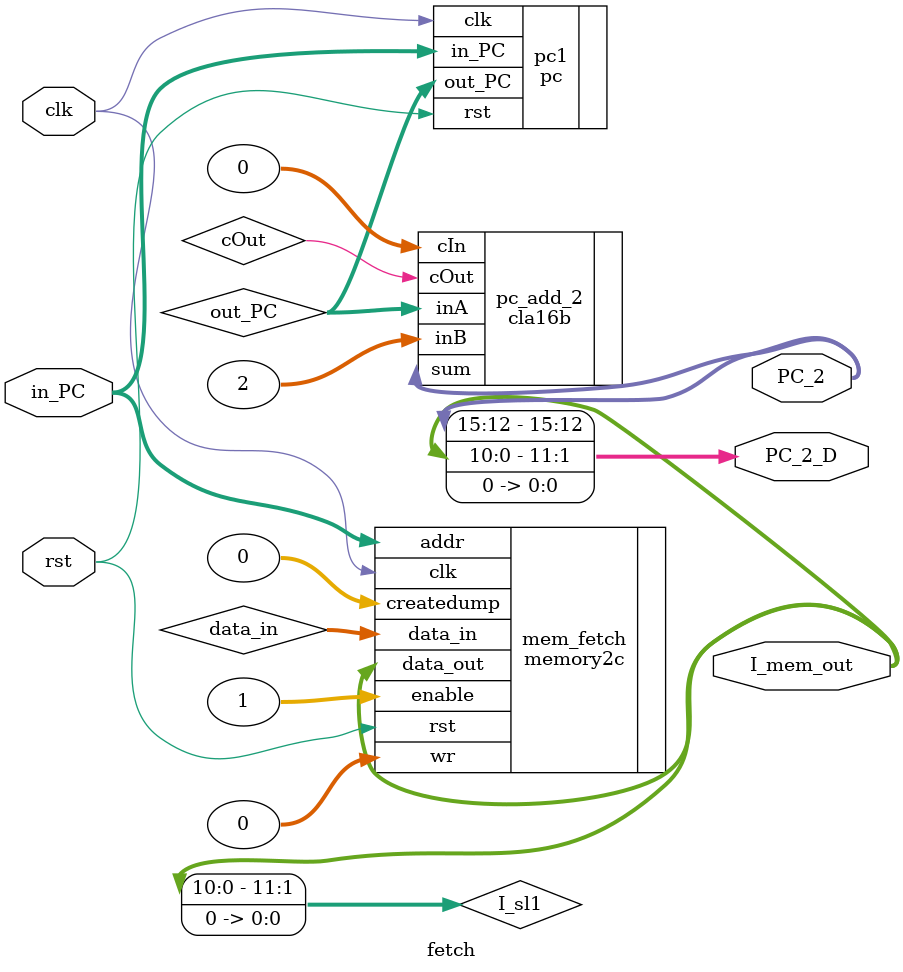
<source format=v>
/*
   CS/ECE 552 Spring '22
  
   Filename        : fetch.v
   Description     : This is the module for the overall fetch stage of the processor.
*/
`default_nettype none
module fetch (in_PC, clk, rst, PC_2_D, PC_2, I_mem_out/* TODO: Add appropriate inputs/outputs for your fetch stage here*/);

   // TODO: Your code here
   input wire clk, rst;
   input wire [15:0] in_PC;
   
   output wire [15:0] PC_2, PC_2_D;
   output wire [15:0] I_mem_out; 
   
   wire [15:0] out_PC;

   wire [15:0] data_in;
   wire [11:0] I_sl1;
   wire cOut;
   
   pc pc1 (.in_PC(in_PC), .out_PC(out_PC), .clk(clk), .rst(rst));
   cla16b pc_add_2 (.sum(PC_2), .cOut(cOut), .inA(out_PC), .inB(2), .cIn(0));
   
   memory2c mem_fetch(.data_out(I_mem_out), .data_in(data_in), .addr(in_PC), .enable(1), .wr(0), .createdump(0), .clk(clk), .rst(rst));
   assign I_sl1 = {I_mem_out[10:0], 1'b0};
   assign PC_2_D = {PC_2[15:12], I_sl1};
   
   
endmodule
`default_nettype wire

</source>
